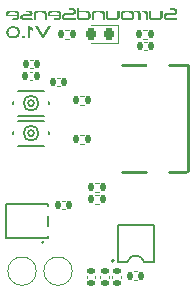
<source format=gbr>
%TF.GenerationSoftware,KiCad,Pcbnew,8.0.4*%
%TF.CreationDate,2024-12-29T16:28:47-05:00*%
%TF.ProjectId,SurroundSensePCB,53757272-6f75-46e6-9453-656e73655043,rev?*%
%TF.SameCoordinates,Original*%
%TF.FileFunction,Legend,Bot*%
%TF.FilePolarity,Positive*%
%FSLAX46Y46*%
G04 Gerber Fmt 4.6, Leading zero omitted, Abs format (unit mm)*
G04 Created by KiCad (PCBNEW 8.0.4) date 2024-12-29 16:28:47*
%MOMM*%
%LPD*%
G01*
G04 APERTURE LIST*
G04 Aperture macros list*
%AMRoundRect*
0 Rectangle with rounded corners*
0 $1 Rounding radius*
0 $2 $3 $4 $5 $6 $7 $8 $9 X,Y pos of 4 corners*
0 Add a 4 corners polygon primitive as box body*
4,1,4,$2,$3,$4,$5,$6,$7,$8,$9,$2,$3,0*
0 Add four circle primitives for the rounded corners*
1,1,$1+$1,$2,$3*
1,1,$1+$1,$4,$5*
1,1,$1+$1,$6,$7*
1,1,$1+$1,$8,$9*
0 Add four rect primitives between the rounded corners*
20,1,$1+$1,$2,$3,$4,$5,0*
20,1,$1+$1,$4,$5,$6,$7,0*
20,1,$1+$1,$6,$7,$8,$9,0*
20,1,$1+$1,$8,$9,$2,$3,0*%
%AMFreePoly0*
4,1,46,0.210000,0.267000,0.193500,0.240000,0.179000,0.211500,0.166000,0.182000,0.155000,0.152000,0.146000,0.121500,0.138500,0.090000,0.133500,0.058500,0.130500,0.027000,0.129500,-0.005000,0.130500,-0.037000,0.133500,-0.069000,0.138500,-0.100500,0.146000,-0.132000,0.155000,-0.162500,0.166000,-0.192500,0.179000,-0.222000,0.193500,-0.250000,0.210000,-0.277500,-0.005000,-0.492500,
-0.029500,-0.458500,-0.052500,-0.423500,-0.073500,-0.387000,-0.092500,-0.350000,-0.109500,-0.311500,-0.124500,-0.272500,-0.137500,-0.232500,-0.148500,-0.192000,-0.157000,-0.151000,-0.163500,-0.109500,-0.168000,-0.068000,-0.170000,-0.026000,-0.170000,0.015500,-0.168000,0.057500,-0.163500,0.099000,-0.157000,0.140500,-0.148500,0.181500,-0.137500,0.222000,-0.124500,0.262000,-0.109500,0.301000,
-0.092500,0.339500,-0.073500,0.376500,-0.052500,0.413000,-0.029500,0.448000,-0.005000,0.482000,0.210000,0.267000,0.210000,0.267000,$1*%
%AMFreePoly1*
4,1,47,0.492000,-0.005000,0.458500,-0.030000,0.423000,-0.052500,0.387000,-0.073500,0.349500,-0.092500,0.311500,-0.109500,0.272000,-0.124500,0.232500,-0.137500,0.192000,-0.148500,0.151000,-0.157000,0.109500,-0.164000,0.068000,-0.168000,0.026000,-0.170500,-0.016000,-0.170500,-0.058000,-0.168000,-0.099500,-0.164000,-0.141000,-0.157000,-0.182000,-0.148500,-0.222500,-0.137500,-0.262000,-0.124500,
-0.301500,-0.109500,-0.339500,-0.092500,-0.377000,-0.073500,-0.413000,-0.052500,-0.448500,-0.030000,-0.482000,-0.005000,-0.482500,-0.005000,-0.267500,0.210000,-0.240000,0.193500,-0.211500,0.178500,-0.182500,0.165500,-0.152500,0.154500,-0.121500,0.145500,-0.090500,0.138500,-0.059000,0.133500,-0.027000,0.130500,0.005000,0.129500,0.037000,0.130500,0.069000,0.133500,0.100500,0.138500,
0.131500,0.145500,0.162000,0.154500,0.192500,0.165500,0.221500,0.178500,0.250000,0.193500,0.277500,0.210000,0.492000,-0.005000,0.492000,-0.005000,$1*%
%AMFreePoly2*
4,1,46,0.058000,0.168500,0.099500,0.164000,0.141000,0.157500,0.182000,0.148500,0.222500,0.137500,0.262000,0.125000,0.301000,0.109500,0.339500,0.092500,0.377000,0.073500,0.413000,0.052500,0.448500,0.030000,0.482000,0.005000,0.267500,-0.210000,0.240000,-0.193500,0.211500,-0.178500,0.182500,-0.165500,0.152000,-0.154500,0.121500,-0.145500,0.090500,-0.138500,0.059000,-0.133500,
0.027000,-0.130500,-0.005000,-0.129000,-0.037000,-0.130500,-0.069000,-0.133500,-0.100500,-0.138500,-0.131500,-0.145500,-0.162500,-0.154500,-0.192500,-0.165500,-0.221500,-0.178500,-0.250000,-0.193500,-0.277500,-0.210000,-0.492500,0.005000,-0.458500,0.030000,-0.423000,0.052500,-0.387000,0.073500,-0.349500,0.092500,-0.311500,0.109500,-0.272000,0.125000,-0.232500,0.137500,-0.192000,0.148500,
-0.151000,0.157500,-0.109500,0.164000,-0.068000,0.168500,-0.026000,0.170500,0.016000,0.170500,0.058000,0.168500,0.058000,0.168500,$1*%
%AMFreePoly3*
4,1,47,0.029500,0.458500,0.052500,0.423500,0.073500,0.387000,0.092500,0.349500,0.109500,0.311500,0.124500,0.272500,0.137500,0.232500,0.148500,0.192000,0.157000,0.151000,0.163500,0.109500,0.168000,0.068000,0.170000,0.026000,0.170000,-0.016000,0.168000,-0.057500,0.163500,-0.099500,0.157000,-0.141000,0.148500,-0.181500,0.137500,-0.222000,0.124500,-0.262000,0.109500,-0.301000,
0.092500,-0.339500,0.073500,-0.377000,0.052500,-0.413000,0.029500,-0.448000,0.005000,-0.482000,-0.210000,-0.267500,-0.193500,-0.240000,-0.179000,-0.211500,-0.166000,-0.182000,-0.155000,-0.152000,-0.146000,-0.121500,-0.138500,-0.090500,-0.133500,-0.059000,-0.130500,-0.027000,-0.129500,0.005000,-0.130500,0.037000,-0.133500,0.069000,-0.138500,0.100500,-0.146000,0.131500,-0.155000,0.162500,
-0.166000,0.192500,-0.179000,0.221500,-0.193500,0.250000,-0.210000,0.277500,0.004500,0.492500,0.005000,0.492500,0.029500,0.458500,0.029500,0.458500,$1*%
G04 Aperture macros list end*
%ADD10C,0.250000*%
%ADD11C,0.120000*%
%ADD12C,0.150000*%
%ADD13C,0.200000*%
%ADD14C,0.254000*%
%ADD15C,0.152000*%
%ADD16C,2.000000*%
%ADD17RoundRect,0.140000X-0.140000X-0.170000X0.140000X-0.170000X0.140000X0.170000X-0.140000X0.170000X0*%
%ADD18RoundRect,0.135000X0.135000X0.185000X-0.135000X0.185000X-0.135000X-0.185000X0.135000X-0.185000X0*%
%ADD19RoundRect,0.135000X-0.135000X-0.185000X0.135000X-0.185000X0.135000X0.185000X-0.135000X0.185000X0*%
%ADD20RoundRect,0.140000X0.170000X-0.140000X0.170000X0.140000X-0.170000X0.140000X-0.170000X-0.140000X0*%
%ADD21R,1.300000X0.300000*%
%ADD22R,1.100000X0.550000*%
%ADD23R,1.100000X0.300000*%
%ADD24O,1.800000X1.200000*%
%ADD25O,2.000000X1.100000*%
%ADD26R,0.700000X0.600000*%
%ADD27RoundRect,0.140000X0.140000X0.170000X-0.140000X0.170000X-0.140000X-0.170000X0.140000X-0.170000X0*%
%ADD28RoundRect,0.218750X0.218750X0.256250X-0.218750X0.256250X-0.218750X-0.256250X0.218750X-0.256250X0*%
%ADD29R,0.522000X0.725000*%
%ADD30FreePoly0,90.000000*%
%ADD31FreePoly1,90.000000*%
%ADD32FreePoly2,90.000000*%
%ADD33FreePoly3,90.000000*%
G04 APERTURE END LIST*
D10*
G36*
X142455860Y-77622607D02*
G01*
X142400227Y-77624638D01*
X142343636Y-77632485D01*
X142293260Y-77648699D01*
X142252704Y-77679725D01*
X142238240Y-77723967D01*
X142238240Y-77793821D01*
X142256245Y-77842872D01*
X142300402Y-77872572D01*
X142353850Y-77887450D01*
X142413245Y-77894053D01*
X142455860Y-77895182D01*
X143146090Y-77895182D01*
X143192315Y-77912432D01*
X143207983Y-77960257D01*
X143208616Y-77978713D01*
X143202035Y-78027820D01*
X143163152Y-78060545D01*
X143146090Y-78062000D01*
X142460012Y-78062000D01*
X142409465Y-78060960D01*
X142339550Y-78055497D01*
X142276769Y-78045341D01*
X142221175Y-78030481D01*
X142172821Y-78010905D01*
X142119703Y-77977450D01*
X142079678Y-77935568D01*
X142052869Y-77885232D01*
X142039405Y-77826416D01*
X142037716Y-77793821D01*
X142037716Y-77723967D01*
X142044461Y-77661313D01*
X142064613Y-77606910D01*
X142098046Y-77560791D01*
X142144633Y-77522986D01*
X142188131Y-77500108D01*
X142238904Y-77481938D01*
X142296900Y-77468489D01*
X142362065Y-77459775D01*
X142434346Y-77455809D01*
X142460012Y-77455545D01*
X142790473Y-77455545D01*
X142846106Y-77453513D01*
X142902696Y-77445666D01*
X142953072Y-77429452D01*
X142993628Y-77398426D01*
X143008093Y-77354184D01*
X143008093Y-77299718D01*
X142990088Y-77250559D01*
X142945931Y-77220887D01*
X142892482Y-77206054D01*
X142833087Y-77199479D01*
X142790473Y-77198357D01*
X142646369Y-77198357D01*
X142600043Y-77181106D01*
X142584466Y-77133281D01*
X142583843Y-77114826D01*
X142590360Y-77065641D01*
X142629237Y-77032760D01*
X142646369Y-77031295D01*
X142786321Y-77031295D01*
X142836868Y-77032337D01*
X142906783Y-77037813D01*
X142969564Y-77047991D01*
X143025158Y-77062880D01*
X143073512Y-77082488D01*
X143126629Y-77115989D01*
X143166655Y-77157914D01*
X143193463Y-77208284D01*
X143206927Y-77267119D01*
X143208616Y-77299718D01*
X143208616Y-77354184D01*
X143201871Y-77416838D01*
X143181719Y-77471241D01*
X143148286Y-77517360D01*
X143101699Y-77555165D01*
X143058201Y-77578043D01*
X143007428Y-77596213D01*
X142949433Y-77609662D01*
X142884268Y-77618376D01*
X142811986Y-77622342D01*
X142786321Y-77622607D01*
X142455860Y-77622607D01*
G37*
G36*
X140907605Y-77249892D02*
G01*
X140957532Y-77255186D01*
X140998314Y-77287296D01*
X141004813Y-77323409D01*
X141004813Y-77810674D01*
X141023913Y-77856190D01*
X141069091Y-77883948D01*
X141122279Y-77897914D01*
X141180208Y-77904131D01*
X141221212Y-77905196D01*
X141544590Y-77905196D01*
X141598196Y-77903318D01*
X141653550Y-77896052D01*
X141703811Y-77881005D01*
X141745396Y-77852107D01*
X141760745Y-77810674D01*
X141760745Y-77323409D01*
X141775145Y-77274495D01*
X141820700Y-77252360D01*
X141856732Y-77249892D01*
X141906825Y-77255186D01*
X141947682Y-77287296D01*
X141954185Y-77323409D01*
X141954185Y-77810674D01*
X141947706Y-77869788D01*
X141928364Y-77920938D01*
X141896302Y-77964147D01*
X141851664Y-77999443D01*
X141794592Y-78026850D01*
X141743715Y-78042244D01*
X141685985Y-78053227D01*
X141621462Y-78059808D01*
X141550207Y-78062000D01*
X141215595Y-78062000D01*
X141144277Y-78059808D01*
X141079704Y-78053227D01*
X141021933Y-78042244D01*
X140971025Y-78026850D01*
X140913924Y-77999443D01*
X140869268Y-77964147D01*
X140837198Y-77920938D01*
X140817852Y-77869788D01*
X140811373Y-77810674D01*
X140811373Y-77323409D01*
X140825914Y-77274495D01*
X140871641Y-77252360D01*
X140907605Y-77249892D01*
G37*
G36*
X140337053Y-77255510D02*
G01*
X140400767Y-77257735D01*
X140458950Y-77264398D01*
X140511441Y-77275482D01*
X140558078Y-77290968D01*
X140610880Y-77318433D01*
X140652611Y-77353648D01*
X140682890Y-77396571D01*
X140701336Y-77447160D01*
X140707570Y-77505370D01*
X140707570Y-77994100D01*
X140693170Y-78043014D01*
X140647614Y-78065149D01*
X140611582Y-78067617D01*
X140561490Y-78062323D01*
X140520632Y-78030214D01*
X140514129Y-77994100D01*
X140514129Y-77505370D01*
X140500461Y-77457112D01*
X140459434Y-77428330D01*
X140403913Y-77415953D01*
X140349531Y-77412653D01*
X140337053Y-77412558D01*
X140227877Y-77412558D01*
X140182631Y-77393842D01*
X140169876Y-77343328D01*
X140169747Y-77334644D01*
X140176732Y-77285716D01*
X140219375Y-77255878D01*
X140227877Y-77255510D01*
X140337053Y-77255510D01*
G37*
G36*
X139724492Y-77255510D02*
G01*
X139788206Y-77257735D01*
X139846389Y-77264398D01*
X139898879Y-77275482D01*
X139945517Y-77290968D01*
X139998319Y-77318433D01*
X140040050Y-77353648D01*
X140070329Y-77396571D01*
X140088775Y-77447160D01*
X140095009Y-77505370D01*
X140095009Y-77994100D01*
X140080609Y-78043014D01*
X140035053Y-78065149D01*
X139999021Y-78067617D01*
X139948929Y-78062323D01*
X139908071Y-78030214D01*
X139901568Y-77994100D01*
X139901568Y-77505370D01*
X139887900Y-77457112D01*
X139846873Y-77428330D01*
X139791352Y-77415953D01*
X139736970Y-77412653D01*
X139724492Y-77412558D01*
X139615316Y-77412558D01*
X139570070Y-77393842D01*
X139557315Y-77343328D01*
X139557186Y-77334644D01*
X139564171Y-77285716D01*
X139606814Y-77255878D01*
X139615316Y-77255510D01*
X139724492Y-77255510D01*
G37*
G36*
X139180073Y-77257701D02*
G01*
X139244647Y-77264283D01*
X139302417Y-77275265D01*
X139353326Y-77290659D01*
X139410426Y-77318066D01*
X139455082Y-77353362D01*
X139487153Y-77396571D01*
X139506498Y-77447721D01*
X139512978Y-77506836D01*
X139512978Y-77810674D01*
X139506498Y-77869368D01*
X139487153Y-77920320D01*
X139455082Y-77963503D01*
X139410426Y-77998893D01*
X139353326Y-78026464D01*
X139302417Y-78041994D01*
X139244647Y-78053101D01*
X139180073Y-78059773D01*
X139108756Y-78062000D01*
X138803697Y-78062000D01*
X138732379Y-78059773D01*
X138667806Y-78053101D01*
X138610035Y-78041994D01*
X138559127Y-78026464D01*
X138502026Y-77998893D01*
X138457370Y-77963503D01*
X138425300Y-77920320D01*
X138405954Y-77869368D01*
X138399475Y-77810674D01*
X138399475Y-77506836D01*
X138592915Y-77506836D01*
X138592915Y-77810674D01*
X138616137Y-77859499D01*
X138664867Y-77886293D01*
X138720951Y-77899413D01*
X138781446Y-77904703D01*
X138809314Y-77905196D01*
X139103138Y-77905196D01*
X139156755Y-77903258D01*
X139212146Y-77895802D01*
X139262471Y-77880492D01*
X139304142Y-77851468D01*
X139319538Y-77810674D01*
X139319538Y-77506836D01*
X139300438Y-77461376D01*
X139255260Y-77433706D01*
X139202072Y-77419801D01*
X139144143Y-77413616D01*
X139103138Y-77412558D01*
X138809314Y-77412558D01*
X138755697Y-77414425D01*
X138700307Y-77421654D01*
X138649982Y-77436637D01*
X138608311Y-77465449D01*
X138592915Y-77506836D01*
X138399475Y-77506836D01*
X138405954Y-77447721D01*
X138425300Y-77396571D01*
X138457370Y-77353362D01*
X138502026Y-77318066D01*
X138559127Y-77290659D01*
X138610035Y-77275265D01*
X138667806Y-77264283D01*
X138732379Y-77257701D01*
X138803697Y-77255510D01*
X139108756Y-77255510D01*
X139180073Y-77257701D01*
G37*
G36*
X137255685Y-77249892D02*
G01*
X137305613Y-77255186D01*
X137346395Y-77287296D01*
X137352894Y-77323409D01*
X137352894Y-77810674D01*
X137371993Y-77856190D01*
X137417172Y-77883948D01*
X137470360Y-77897914D01*
X137528288Y-77904131D01*
X137569293Y-77905196D01*
X137892671Y-77905196D01*
X137946277Y-77903318D01*
X138001631Y-77896052D01*
X138051892Y-77881005D01*
X138093477Y-77852107D01*
X138108826Y-77810674D01*
X138108826Y-77323409D01*
X138123226Y-77274495D01*
X138168781Y-77252360D01*
X138204813Y-77249892D01*
X138254906Y-77255186D01*
X138295763Y-77287296D01*
X138302266Y-77323409D01*
X138302266Y-77810674D01*
X138295787Y-77869788D01*
X138276445Y-77920938D01*
X138244383Y-77964147D01*
X138199745Y-77999443D01*
X138142673Y-78026850D01*
X138091796Y-78042244D01*
X138034066Y-78053227D01*
X137969543Y-78059808D01*
X137898288Y-78062000D01*
X137563676Y-78062000D01*
X137492358Y-78059808D01*
X137427785Y-78053227D01*
X137370014Y-78042244D01*
X137319106Y-78026850D01*
X137262005Y-77999443D01*
X137217349Y-77964147D01*
X137185279Y-77920938D01*
X137165933Y-77869788D01*
X137159454Y-77810674D01*
X137159454Y-77323409D01*
X137173995Y-77274495D01*
X137219722Y-77252360D01*
X137255685Y-77249892D01*
G37*
G36*
X136959663Y-78067617D02*
G01*
X136909571Y-78062323D01*
X136868713Y-78030214D01*
X136862210Y-77994100D01*
X136862210Y-77506836D01*
X136843168Y-77461376D01*
X136798078Y-77433706D01*
X136744951Y-77419801D01*
X136687054Y-77413616D01*
X136646055Y-77412558D01*
X136351987Y-77412558D01*
X136298380Y-77414425D01*
X136243027Y-77421654D01*
X136192765Y-77436637D01*
X136151181Y-77465449D01*
X136135832Y-77506836D01*
X136135832Y-77994100D01*
X136121303Y-78043014D01*
X136075681Y-78065149D01*
X136039845Y-78067617D01*
X135989752Y-78062323D01*
X135948895Y-78030214D01*
X135942392Y-77994100D01*
X135942392Y-77506836D01*
X135948861Y-77447721D01*
X135968178Y-77396571D01*
X136000210Y-77353362D01*
X136044821Y-77318066D01*
X136101877Y-77290659D01*
X136152755Y-77275265D01*
X136210501Y-77264283D01*
X136275058Y-77257701D01*
X136346369Y-77255510D01*
X136651673Y-77255510D01*
X136722928Y-77257701D01*
X136787451Y-77264283D01*
X136845181Y-77275265D01*
X136896058Y-77290659D01*
X136953130Y-77318066D01*
X136997768Y-77353362D01*
X137029830Y-77396571D01*
X137049171Y-77447721D01*
X137055651Y-77506836D01*
X137055651Y-77994100D01*
X137041251Y-78043014D01*
X136995695Y-78065149D01*
X136959663Y-78067617D01*
G37*
G36*
X134847229Y-77031215D02*
G01*
X134888087Y-77063325D01*
X134894590Y-77099438D01*
X134894590Y-77255510D01*
X135441205Y-77255510D01*
X135512523Y-77257701D01*
X135577096Y-77264283D01*
X135634867Y-77275265D01*
X135685775Y-77290659D01*
X135742876Y-77318066D01*
X135787532Y-77353362D01*
X135819602Y-77396571D01*
X135838948Y-77447721D01*
X135845427Y-77506836D01*
X135845427Y-77810674D01*
X135838948Y-77869368D01*
X135819602Y-77920320D01*
X135787532Y-77963503D01*
X135742876Y-77998893D01*
X135685775Y-78026464D01*
X135634867Y-78041994D01*
X135577096Y-78053101D01*
X135512523Y-78059773D01*
X135441205Y-78062000D01*
X135105371Y-78062000D01*
X135034054Y-78059773D01*
X134969481Y-78053101D01*
X134911710Y-78041994D01*
X134860802Y-78026464D01*
X134803701Y-77998893D01*
X134759045Y-77963503D01*
X134726974Y-77920320D01*
X134707629Y-77869368D01*
X134701150Y-77810674D01*
X134894590Y-77810674D01*
X134917812Y-77859499D01*
X134966541Y-77886293D01*
X135022626Y-77899413D01*
X135083121Y-77904703D01*
X135110989Y-77905196D01*
X135435588Y-77905196D01*
X135489205Y-77903258D01*
X135544595Y-77895802D01*
X135594920Y-77880492D01*
X135636591Y-77851468D01*
X135651987Y-77810674D01*
X135651987Y-77506836D01*
X135632888Y-77461376D01*
X135587709Y-77433706D01*
X135534521Y-77419801D01*
X135476593Y-77413616D01*
X135435588Y-77412558D01*
X134894590Y-77412558D01*
X134894590Y-77810674D01*
X134701150Y-77810674D01*
X134701150Y-77099438D01*
X134715678Y-77050525D01*
X134761301Y-77028389D01*
X134797137Y-77025921D01*
X134847229Y-77031215D01*
G37*
G36*
X133856558Y-77622607D02*
G01*
X133800925Y-77624638D01*
X133744334Y-77632485D01*
X133693958Y-77648699D01*
X133653402Y-77679725D01*
X133638937Y-77723967D01*
X133638937Y-77793821D01*
X133656943Y-77842872D01*
X133701099Y-77872572D01*
X133754548Y-77887450D01*
X133813943Y-77894053D01*
X133856558Y-77895182D01*
X134546788Y-77895182D01*
X134593013Y-77912432D01*
X134608681Y-77960257D01*
X134609314Y-77978713D01*
X134602733Y-78027820D01*
X134563850Y-78060545D01*
X134546788Y-78062000D01*
X133860710Y-78062000D01*
X133810163Y-78060960D01*
X133740248Y-78055497D01*
X133677467Y-78045341D01*
X133621873Y-78030481D01*
X133573519Y-78010905D01*
X133520401Y-77977450D01*
X133480375Y-77935568D01*
X133453567Y-77885232D01*
X133440103Y-77826416D01*
X133438414Y-77793821D01*
X133438414Y-77723967D01*
X133445159Y-77661313D01*
X133465311Y-77606910D01*
X133498744Y-77560791D01*
X133545331Y-77522986D01*
X133588829Y-77500108D01*
X133639602Y-77481938D01*
X133697598Y-77468489D01*
X133762763Y-77459775D01*
X133835044Y-77455809D01*
X133860710Y-77455545D01*
X134191170Y-77455545D01*
X134246803Y-77453513D01*
X134303394Y-77445666D01*
X134353770Y-77429452D01*
X134394326Y-77398426D01*
X134408791Y-77354184D01*
X134408791Y-77299718D01*
X134390786Y-77250559D01*
X134346629Y-77220887D01*
X134293180Y-77206054D01*
X134233785Y-77199479D01*
X134191170Y-77198357D01*
X134047067Y-77198357D01*
X134000741Y-77181106D01*
X133985164Y-77133281D01*
X133984541Y-77114826D01*
X133991058Y-77065641D01*
X134029935Y-77032760D01*
X134047067Y-77031295D01*
X134187018Y-77031295D01*
X134237565Y-77032337D01*
X134307480Y-77037813D01*
X134370262Y-77047991D01*
X134425856Y-77062880D01*
X134474210Y-77082488D01*
X134527327Y-77115989D01*
X134567353Y-77157914D01*
X134594161Y-77208284D01*
X134607625Y-77267119D01*
X134609314Y-77299718D01*
X134609314Y-77354184D01*
X134602569Y-77416838D01*
X134582417Y-77471241D01*
X134548984Y-77517360D01*
X134502397Y-77555165D01*
X134458899Y-77578043D01*
X134408126Y-77596213D01*
X134350130Y-77609662D01*
X134284965Y-77618376D01*
X134212684Y-77622342D01*
X134187018Y-77622607D01*
X133856558Y-77622607D01*
G37*
G36*
X133029061Y-77257701D02*
G01*
X133093635Y-77264283D01*
X133151405Y-77275265D01*
X133202314Y-77290659D01*
X133259415Y-77318066D01*
X133304070Y-77353362D01*
X133336141Y-77396571D01*
X133355486Y-77447721D01*
X133361966Y-77506836D01*
X133361966Y-77810674D01*
X133355486Y-77869368D01*
X133336141Y-77920320D01*
X133304070Y-77963503D01*
X133259415Y-77998893D01*
X133202314Y-78026464D01*
X133151405Y-78041994D01*
X133093635Y-78053101D01*
X133029061Y-78059773D01*
X132957744Y-78062000D01*
X132791170Y-78062000D01*
X132745924Y-78042730D01*
X132733170Y-77991562D01*
X132733041Y-77982865D01*
X132740026Y-77934466D01*
X132782669Y-77905547D01*
X132791170Y-77905196D01*
X132952127Y-77905196D01*
X133005744Y-77903258D01*
X133061134Y-77895802D01*
X133111459Y-77880492D01*
X133153130Y-77851468D01*
X133168526Y-77810674D01*
X133168526Y-77747170D01*
X132322224Y-77747170D01*
X132271727Y-77741655D01*
X132235265Y-77708115D01*
X132230389Y-77667792D01*
X132230389Y-77506836D01*
X132423829Y-77506836D01*
X132423829Y-77592809D01*
X133168526Y-77592809D01*
X133168526Y-77506836D01*
X133149426Y-77461376D01*
X133104248Y-77433706D01*
X133051060Y-77419801D01*
X132993131Y-77413616D01*
X132952127Y-77412558D01*
X132639984Y-77412558D01*
X132586237Y-77414154D01*
X132530811Y-77420529D01*
X132480569Y-77434328D01*
X132439094Y-77462575D01*
X132423829Y-77506836D01*
X132230389Y-77506836D01*
X132236167Y-77447791D01*
X132253806Y-77396674D01*
X132283764Y-77353469D01*
X132326498Y-77318158D01*
X132382468Y-77290724D01*
X132433406Y-77275307D01*
X132492240Y-77264303D01*
X132559162Y-77257707D01*
X132608366Y-77255754D01*
X132634367Y-77255510D01*
X132957744Y-77255510D01*
X133029061Y-77257701D01*
G37*
G36*
X132048428Y-78067617D02*
G01*
X131998336Y-78062323D01*
X131957478Y-78030214D01*
X131950975Y-77994100D01*
X131950975Y-77506836D01*
X131931932Y-77461376D01*
X131886842Y-77433706D01*
X131833716Y-77419801D01*
X131775819Y-77413616D01*
X131734820Y-77412558D01*
X131440752Y-77412558D01*
X131387145Y-77414425D01*
X131331791Y-77421654D01*
X131281530Y-77436637D01*
X131239945Y-77465449D01*
X131224597Y-77506836D01*
X131224597Y-77994100D01*
X131210068Y-78043014D01*
X131164445Y-78065149D01*
X131128609Y-78067617D01*
X131078517Y-78062323D01*
X131037659Y-78030214D01*
X131031157Y-77994100D01*
X131031157Y-77506836D01*
X131037626Y-77447721D01*
X131056943Y-77396571D01*
X131088975Y-77353362D01*
X131133586Y-77318066D01*
X131190642Y-77290659D01*
X131241520Y-77275265D01*
X131299266Y-77264283D01*
X131363823Y-77257701D01*
X131435134Y-77255510D01*
X131740438Y-77255510D01*
X131811693Y-77257701D01*
X131876215Y-77264283D01*
X131933946Y-77275265D01*
X131984823Y-77290659D01*
X132041894Y-77318066D01*
X132086533Y-77353362D01*
X132118594Y-77396571D01*
X132137936Y-77447721D01*
X132144415Y-77506836D01*
X132144415Y-77994100D01*
X132130016Y-78043014D01*
X132084460Y-78065149D01*
X132048428Y-78067617D01*
G37*
G36*
X130939810Y-77513919D02*
G01*
X130931056Y-77572360D01*
X130904985Y-77622645D01*
X130861881Y-77664056D01*
X130815326Y-77690316D01*
X130758199Y-77710073D01*
X130708503Y-77720403D01*
X130653004Y-77726714D01*
X130591764Y-77728852D01*
X130278156Y-77728852D01*
X130219182Y-77730605D01*
X130166746Y-77737124D01*
X130119691Y-77755149D01*
X130101080Y-77792600D01*
X130101080Y-77842914D01*
X130127718Y-77884576D01*
X130175952Y-77898671D01*
X130233405Y-77904132D01*
X130283529Y-77905196D01*
X130877284Y-77905196D01*
X130923000Y-77923716D01*
X130936727Y-77974144D01*
X130936879Y-77982865D01*
X130929221Y-78032527D01*
X130889645Y-78061216D01*
X130877284Y-78062000D01*
X130310152Y-78062000D01*
X130258844Y-78061030D01*
X130188935Y-78056006D01*
X130127298Y-78046818D01*
X130073717Y-78033606D01*
X130014436Y-78009966D01*
X129968586Y-77979742D01*
X129935657Y-77943260D01*
X129911892Y-77889353D01*
X129906174Y-77839983D01*
X129906174Y-77795286D01*
X129911559Y-77746119D01*
X129933899Y-77692505D01*
X129974379Y-77648170D01*
X130020399Y-77619790D01*
X130079014Y-77598044D01*
X130131504Y-77586275D01*
X130191510Y-77578542D01*
X130259217Y-77574975D01*
X130283529Y-77574735D01*
X130592985Y-77574735D01*
X130648157Y-77572180D01*
X130701614Y-77561350D01*
X130742762Y-77531291D01*
X130747591Y-77510988D01*
X130747591Y-77474595D01*
X130720879Y-77433336D01*
X130673438Y-77417937D01*
X130618710Y-77412831D01*
X130600068Y-77412558D01*
X130406872Y-77412558D01*
X130361059Y-77393927D01*
X130347425Y-77343368D01*
X130347277Y-77334644D01*
X130354934Y-77284982D01*
X130394510Y-77256293D01*
X130406872Y-77255510D01*
X130598602Y-77255510D01*
X130658094Y-77257679D01*
X130712171Y-77264083D01*
X130760738Y-77274562D01*
X130816757Y-77294601D01*
X130862585Y-77321230D01*
X130905193Y-77363211D01*
X130931082Y-77414170D01*
X130939810Y-77473374D01*
X130939810Y-77513919D01*
G37*
G36*
X129497310Y-77257701D02*
G01*
X129561883Y-77264283D01*
X129619654Y-77275265D01*
X129670562Y-77290659D01*
X129727663Y-77318066D01*
X129772319Y-77353362D01*
X129804390Y-77396571D01*
X129823735Y-77447721D01*
X129830214Y-77506836D01*
X129830214Y-77810674D01*
X129823735Y-77869368D01*
X129804390Y-77920320D01*
X129772319Y-77963503D01*
X129727663Y-77998893D01*
X129670562Y-78026464D01*
X129619654Y-78041994D01*
X129561883Y-78053101D01*
X129497310Y-78059773D01*
X129425993Y-78062000D01*
X129259419Y-78062000D01*
X129214173Y-78042730D01*
X129201419Y-77991562D01*
X129201289Y-77982865D01*
X129208274Y-77934466D01*
X129250917Y-77905547D01*
X129259419Y-77905196D01*
X129420375Y-77905196D01*
X129473992Y-77903258D01*
X129529382Y-77895802D01*
X129579707Y-77880492D01*
X129621378Y-77851468D01*
X129636774Y-77810674D01*
X129636774Y-77747170D01*
X128790473Y-77747170D01*
X128739976Y-77741655D01*
X128703513Y-77708115D01*
X128698637Y-77667792D01*
X128698637Y-77506836D01*
X128892078Y-77506836D01*
X128892078Y-77592809D01*
X129636774Y-77592809D01*
X129636774Y-77506836D01*
X129617675Y-77461376D01*
X129572496Y-77433706D01*
X129519309Y-77419801D01*
X129461380Y-77413616D01*
X129420375Y-77412558D01*
X129108233Y-77412558D01*
X129054486Y-77414154D01*
X128999059Y-77420529D01*
X128948817Y-77434328D01*
X128907343Y-77462575D01*
X128892078Y-77506836D01*
X128698637Y-77506836D01*
X128704415Y-77447791D01*
X128722054Y-77396674D01*
X128752012Y-77353469D01*
X128794747Y-77318158D01*
X128850717Y-77290724D01*
X128901655Y-77275307D01*
X128960489Y-77264303D01*
X129027411Y-77257707D01*
X129076615Y-77255754D01*
X129102615Y-77255510D01*
X129425993Y-77255510D01*
X129497310Y-77257701D01*
G37*
G36*
X132471984Y-78585581D02*
G01*
X132266087Y-78585581D01*
X131816681Y-79354457D01*
X131374113Y-78585581D01*
X131175299Y-78585581D01*
X131755131Y-79599433D01*
X131876764Y-79595281D01*
X132471984Y-78585581D01*
G37*
G36*
X130701224Y-79586000D02*
G01*
X130701224Y-78804911D01*
X130944978Y-78951945D01*
X130944978Y-78759970D01*
X130655062Y-78585092D01*
X130523415Y-78585092D01*
X130523415Y-79586000D01*
X130701224Y-79586000D01*
G37*
G36*
X130085487Y-79586000D02*
G01*
X130291384Y-79586000D01*
X130291384Y-79390117D01*
X130085487Y-79390117D01*
X130085487Y-79586000D01*
G37*
G36*
X129337098Y-78585933D02*
G01*
X129386356Y-78588729D01*
X129435013Y-78593890D01*
X129498426Y-78605155D01*
X129559498Y-78622322D01*
X129617504Y-78646360D01*
X129671716Y-78678240D01*
X129721407Y-78718932D01*
X129755271Y-78755818D01*
X129769308Y-78774237D01*
X129798864Y-78822507D01*
X129821178Y-78873322D01*
X129837084Y-78925896D01*
X129847413Y-78979438D01*
X129853001Y-79033162D01*
X129854678Y-79086279D01*
X129854407Y-79107402D01*
X129851117Y-79160841D01*
X129843511Y-79214525D01*
X129830855Y-79267632D01*
X129812418Y-79319340D01*
X129787468Y-79368828D01*
X129755271Y-79415274D01*
X129721442Y-79452498D01*
X129671880Y-79493439D01*
X129617845Y-79525382D01*
X129560012Y-79549351D01*
X129499055Y-79566367D01*
X129435652Y-79577452D01*
X129386900Y-79582488D01*
X129337436Y-79585193D01*
X129287546Y-79586000D01*
X129237322Y-79585193D01*
X129187660Y-79582488D01*
X129138815Y-79577452D01*
X129075397Y-79566367D01*
X129014481Y-79549351D01*
X128956669Y-79525382D01*
X128902563Y-79493439D01*
X128852762Y-79452498D01*
X128818600Y-79415274D01*
X128804764Y-79396912D01*
X128775496Y-79348863D01*
X128753229Y-79298341D01*
X128737215Y-79246083D01*
X128726703Y-79192828D01*
X128720946Y-79139314D01*
X128719193Y-79086279D01*
X128899688Y-79086279D01*
X128900403Y-79118347D01*
X128905772Y-79173916D01*
X128917786Y-79227521D01*
X128938089Y-79277690D01*
X128968321Y-79322950D01*
X128982368Y-79337896D01*
X129022854Y-79368613D01*
X129069690Y-79390862D01*
X129121227Y-79405928D01*
X129175814Y-79415098D01*
X129231804Y-79419657D01*
X129287546Y-79420891D01*
X129309490Y-79420714D01*
X129365078Y-79418305D01*
X129420373Y-79412056D01*
X129473709Y-79400681D01*
X129523421Y-79382896D01*
X129567842Y-79357414D01*
X129605306Y-79322950D01*
X129624446Y-79297774D01*
X129649409Y-79249528D01*
X129665037Y-79197215D01*
X129673108Y-79142308D01*
X129675404Y-79086279D01*
X129674002Y-79041224D01*
X129666573Y-78980698D01*
X129652616Y-78928276D01*
X129623587Y-78870281D01*
X129582316Y-78825000D01*
X129528440Y-78791465D01*
X129479543Y-78773441D01*
X129423196Y-78761072D01*
X129359249Y-78753949D01*
X129287546Y-78751666D01*
X129265384Y-78751829D01*
X129209345Y-78754103D01*
X129153718Y-78760115D01*
X129100154Y-78771208D01*
X129050300Y-78788723D01*
X129005805Y-78814002D01*
X128968321Y-78848386D01*
X128949734Y-78873965D01*
X128925377Y-78922684D01*
X128910011Y-78975240D01*
X128901995Y-79030236D01*
X128899688Y-79086279D01*
X128719193Y-79086279D01*
X128719477Y-79065156D01*
X128722890Y-79011717D01*
X128730682Y-78958033D01*
X128743500Y-78904925D01*
X128761993Y-78853217D01*
X128786810Y-78803729D01*
X128818600Y-78757284D01*
X128852762Y-78719685D01*
X128902563Y-78678352D01*
X128956669Y-78646124D01*
X129014481Y-78621960D01*
X129075397Y-78604823D01*
X129138815Y-78593672D01*
X129187660Y-78588613D01*
X129237322Y-78585900D01*
X129287546Y-78585092D01*
X129337098Y-78585933D01*
G37*
D11*
%TO.C,J2*%
X131248000Y-99314000D02*
G75*
G02*
X128848000Y-99314000I-1200000J0D01*
G01*
X128848000Y-99314000D02*
G75*
G02*
X131248000Y-99314000I1200000J0D01*
G01*
%TO.C,C2*%
X130945836Y-81428000D02*
X130730164Y-81428000D01*
X130945836Y-82148000D02*
X130730164Y-82148000D01*
%TO.C,R3*%
X140306359Y-78868000D02*
X140613641Y-78868000D01*
X140306359Y-79628000D02*
X140613641Y-79628000D01*
%TO.C,R5*%
X136551641Y-92838000D02*
X136244359Y-92838000D01*
X136551641Y-93598000D02*
X136244359Y-93598000D01*
%TO.C,C6*%
X136676000Y-99714164D02*
X136676000Y-99929836D01*
X137396000Y-99714164D02*
X137396000Y-99929836D01*
%TO.C,J1*%
X134296000Y-99314000D02*
G75*
G02*
X131896000Y-99314000I-1200000J0D01*
G01*
X131896000Y-99314000D02*
G75*
G02*
X134296000Y-99314000I1200000J0D01*
G01*
%TO.C,R2*%
X134974359Y-84456000D02*
X135281641Y-84456000D01*
X134974359Y-85216000D02*
X135281641Y-85216000D01*
%TO.C,R4*%
X134009641Y-78868000D02*
X133702359Y-78868000D01*
X134009641Y-79628000D02*
X133702359Y-79628000D01*
D12*
%TO.C,U2*%
X138137500Y-95379500D02*
X138137500Y-98479500D01*
X138137500Y-98503500D02*
X138976000Y-98503500D01*
X140398500Y-98503500D02*
X141236500Y-98503500D01*
X141236500Y-95379500D02*
X138136500Y-95379500D01*
X141236500Y-95379500D02*
X141236500Y-98479500D01*
X138976000Y-98503500D02*
G75*
G02*
X140373000Y-98503500I698500J-217501D01*
G01*
D13*
X137819000Y-98425000D02*
G75*
G02*
X137619000Y-98425000I-100000J0D01*
G01*
X137619000Y-98425000D02*
G75*
G02*
X137819000Y-98425000I100000J0D01*
G01*
D14*
%TO.C,USB1*%
X138522500Y-90932000D02*
X140516500Y-90932000D01*
X138525500Y-81860000D02*
X140513500Y-81860000D01*
X142472500Y-90932000D02*
X143945500Y-90932000D01*
X142475500Y-81860000D02*
X144094500Y-81860000D01*
X144094500Y-81860000D02*
X144094500Y-90860000D01*
D11*
%TO.C,R1*%
X134972359Y-87758000D02*
X135279641Y-87758000D01*
X134972359Y-88518000D02*
X135279641Y-88518000D01*
%TO.C,C9*%
X133683836Y-93366000D02*
X133468164Y-93366000D01*
X133683836Y-94086000D02*
X133468164Y-94086000D01*
%TO.C,C1*%
X130917836Y-82444000D02*
X130702164Y-82444000D01*
X130917836Y-83164000D02*
X130702164Y-83164000D01*
D15*
%TO.C,SW1*%
X131880000Y-84040000D02*
X129740000Y-84040000D01*
X131880000Y-86140000D02*
X129740000Y-86140000D01*
X129308000Y-85201000D02*
G75*
G02*
X129308000Y-84980000I1515900J110500D01*
G01*
X132312000Y-84979000D02*
G75*
G02*
X132312000Y-85200000I-1515922J-110500D01*
G01*
X131064000Y-85090000D02*
G75*
G02*
X130556000Y-85090000I-254000J0D01*
G01*
X130556000Y-85090000D02*
G75*
G02*
X131064000Y-85090000I254000J0D01*
G01*
X131445000Y-85090000D02*
G75*
G02*
X130175000Y-85090000I-635000J0D01*
G01*
X130175000Y-85090000D02*
G75*
G02*
X131445000Y-85090000I635000J0D01*
G01*
D11*
%TO.C,C8*%
X139564164Y-99335000D02*
X139779836Y-99335000D01*
X139564164Y-100055000D02*
X139779836Y-100055000D01*
%TO.C,C5*%
X135530000Y-99714164D02*
X135530000Y-99929836D01*
X136250000Y-99714164D02*
X136250000Y-99929836D01*
D15*
%TO.C,SW2*%
X129740000Y-86580000D02*
X131880000Y-86580000D01*
X129740000Y-88680000D02*
X131880000Y-88680000D01*
X129308000Y-87741000D02*
G75*
G02*
X129308000Y-87520000I1515922J110500D01*
G01*
X132312000Y-87519000D02*
G75*
G02*
X132312000Y-87740000I-1515900J-110500D01*
G01*
X131445000Y-87630000D02*
G75*
G02*
X130175000Y-87630000I-635000J0D01*
G01*
X130175000Y-87630000D02*
G75*
G02*
X131445000Y-87630000I635000J0D01*
G01*
X131064000Y-87630000D02*
G75*
G02*
X130556000Y-87630000I-254000J0D01*
G01*
X130556000Y-87630000D02*
G75*
G02*
X131064000Y-87630000I254000J0D01*
G01*
D11*
%TO.C,C3*%
X133016164Y-82952000D02*
X133231836Y-82952000D01*
X133016164Y-83672000D02*
X133231836Y-83672000D01*
%TO.C,C7*%
X137692000Y-99714164D02*
X137692000Y-99929836D01*
X138412000Y-99714164D02*
X138412000Y-99929836D01*
%TO.C,D1*%
X135852000Y-79983000D02*
X138137000Y-79983000D01*
X138137000Y-78513000D02*
X135852000Y-78513000D01*
X138137000Y-79983000D02*
X138137000Y-78513000D01*
%TO.C,C4*%
X140597836Y-79904000D02*
X140382164Y-79904000D01*
X140597836Y-80624000D02*
X140382164Y-80624000D01*
%TO.C,R6*%
X136551641Y-91822000D02*
X136244359Y-91822000D01*
X136551641Y-92582000D02*
X136244359Y-92582000D01*
D15*
%TO.C,MIC1*%
X128651500Y-93672500D02*
X128651500Y-96471500D01*
X128651500Y-96471500D02*
X132253000Y-96471500D01*
X132252000Y-95479500D02*
X132252000Y-94664500D01*
X132252000Y-96472000D02*
X132252000Y-96340500D01*
X132253000Y-93672500D02*
X128651500Y-93672500D01*
X132253000Y-93804500D02*
X132253000Y-93672500D01*
X131878500Y-96872000D02*
G75*
G02*
X131726500Y-96872000I-76000J0D01*
G01*
X131726500Y-96872000D02*
G75*
G02*
X131878500Y-96872000I76000J0D01*
G01*
%TD*%
%LPC*%
D16*
%TO.C,J2*%
X130048000Y-99314000D03*
%TD*%
D17*
%TO.C,C2*%
X130358000Y-81788000D03*
X131318000Y-81788000D03*
%TD*%
D18*
%TO.C,R3*%
X140970000Y-79248000D03*
X139950000Y-79248000D03*
%TD*%
D19*
%TO.C,R5*%
X135888000Y-93218000D03*
X136908000Y-93218000D03*
%TD*%
D20*
%TO.C,C6*%
X137036000Y-100302000D03*
X137036000Y-99342000D03*
%TD*%
D16*
%TO.C,J1*%
X133096000Y-99314000D03*
%TD*%
D18*
%TO.C,R2*%
X135638000Y-84836000D03*
X134618000Y-84836000D03*
%TD*%
D19*
%TO.C,R4*%
X133346000Y-79248000D03*
X134366000Y-79248000D03*
%TD*%
D21*
%TO.C,U2*%
X137350000Y-97901000D03*
X137350000Y-97401000D03*
X137350000Y-96901000D03*
X137350000Y-96401000D03*
X137350000Y-95901000D03*
X142050000Y-95901000D03*
X142050000Y-96401000D03*
X142050000Y-96901000D03*
X142050000Y-97401000D03*
X142050000Y-97901000D03*
%TD*%
D22*
%TO.C,USB1*%
X136744500Y-83160000D03*
X136744500Y-83960000D03*
D23*
X136744500Y-84610000D03*
X136744500Y-85110000D03*
X136744500Y-85610000D03*
X136744500Y-86110000D03*
X136744500Y-86610000D03*
X136744500Y-87110000D03*
X136744500Y-87610000D03*
X136744500Y-88110000D03*
D22*
X136744500Y-88760000D03*
X136744500Y-89560000D03*
D24*
X141494500Y-82035000D03*
D25*
X137294500Y-82035000D03*
D24*
X141494500Y-90685000D03*
D25*
X137294500Y-90685000D03*
%TD*%
D18*
%TO.C,R1*%
X135636000Y-88138000D03*
X134616000Y-88138000D03*
%TD*%
D17*
%TO.C,C9*%
X133096000Y-93726000D03*
X134056000Y-93726000D03*
%TD*%
%TO.C,C1*%
X130330000Y-82804000D03*
X131290000Y-82804000D03*
%TD*%
D26*
%TO.C,SW1*%
X129420000Y-85653000D03*
X132200000Y-85653000D03*
X129420000Y-84527000D03*
X132200000Y-84527000D03*
%TD*%
D27*
%TO.C,C8*%
X140152000Y-99695000D03*
X139192000Y-99695000D03*
%TD*%
D20*
%TO.C,C5*%
X135890000Y-100302000D03*
X135890000Y-99342000D03*
%TD*%
D26*
%TO.C,SW2*%
X132200000Y-87067000D03*
X129420000Y-87067000D03*
X132200000Y-88193000D03*
X129420000Y-88193000D03*
%TD*%
D27*
%TO.C,C3*%
X133604000Y-83312000D03*
X132644000Y-83312000D03*
%TD*%
D20*
%TO.C,C7*%
X138052000Y-100302000D03*
X138052000Y-99342000D03*
%TD*%
D28*
%TO.C,D1*%
X137439500Y-79248000D03*
X135864500Y-79248000D03*
%TD*%
D17*
%TO.C,C4*%
X140010000Y-80264000D03*
X140970000Y-80264000D03*
%TD*%
D19*
%TO.C,R6*%
X135888000Y-92202000D03*
X136908000Y-92202000D03*
%TD*%
D29*
%TO.C,MIC1*%
X131826000Y-95910000D03*
X131004000Y-95910000D03*
D30*
X129747000Y-95701500D03*
D31*
X130381500Y-95077000D03*
D32*
X129123000Y-95067000D03*
D33*
X129757500Y-94442500D03*
D29*
X131004000Y-94234000D03*
X131826000Y-94234000D03*
%TD*%
%LPD*%
M02*

</source>
